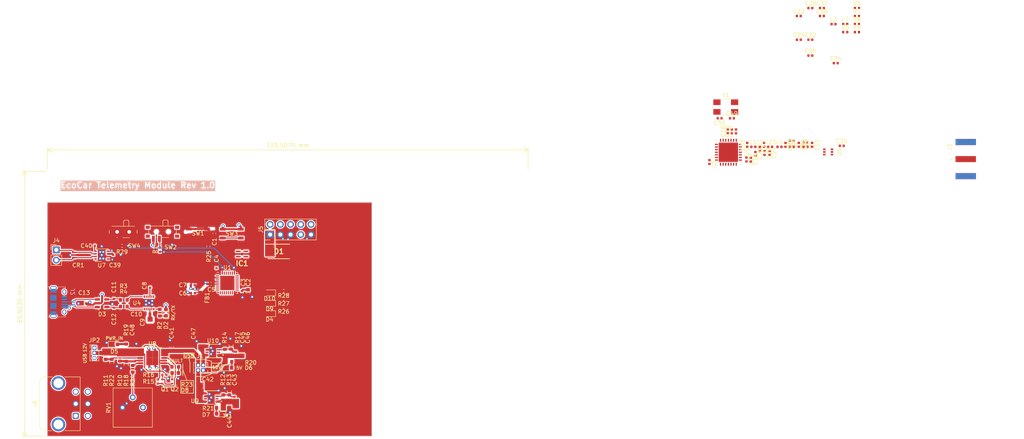
<source format=kicad_pcb>
(kicad_pcb (version 20221018) (generator pcbnew)
  (layers (0 "F.Cu" signal) (1 "In1.Cu" power) (2 "In2.Cu" power) (31 "B.Cu" signal) (34 "B.Paste" user) (35 "F.Paste" user) (36 "B.SilkS" user "B.Silkscreen") (37 "F.SilkS" user "F.Silkscreen") (38 "B.Mask" user) (39 "F.Mask" user) (44 "Edge.Cuts" user))
  (net 0 "")
  (net 1 "GND")
  (net 2 "/NRST")
  (net 3 "+3V3")
  (net 4 "+3.3VA")
  (net 5 "+5V")
  (net 6 "/USB Interface/USB_D+")
  (net 7 "/USB Interface/USB_D-")
  (net 8 "/LoRa Tranciever/RXTX_SW")
  (net 9 "/Power Regulator/FUSE_OUT")
  (net 10 "/CAN Tranciever/CANL-")
  (net 11 "/CAN Tranciever/CANH+")
  (net 12 "Net-(D2-K)")
  (net 13 "Net-(D5-A)")
  (net 14 "Net-(D6-A)")
  (net 15 "Net-(D7-A)")
  (net 16 "Net-(D8-K)")
  (net 17 "Net-(D8-A)")
  (net 20 "Net-(J3-In)")
  (net 21 "+12V")
  (net 22 "/BOOT0")
  (net 23 "Net-(U4-CBUS0)")
  (net 24 "/CAN_STBY")
  (net 25 "/UART2_USB_CTS")
  (net 26 "/UART2_USB_RTS")
  (net 27 "/UART2_USB_TX")
  (net 28 "/UART2_USB_RX")
  (net 29 "/SPI1_NSS")
  (net 30 "/SPI1_SCK")
  (net 31 "/SPI1_MISO")
  (net 32 "/SPI1_MOSI")
  (net 33 "/DIO0")
  (net 34 "/DIO1")
  (net 35 "Net-(D4-A)")
  (net 36 "Net-(D9-A)")
  (net 37 "Net-(D10-A)")
  (net 38 "/CAN_RX")
  (net 39 "/CAN_TX")
  (net 40 "Net-(U1-PC14)")
  (net 41 "/SW_RXTX")
  (net 42 "/SX_RESET")
  (net 43 "/DIO2")
  (net 44 "/DIO3")
  (net 47 "Net-(U5-VR_ANA)")
  (net 48 "Net-(U5-VR_DIG)")
  (net 49 "Net-(U5-XTA)")
  (net 50 "Net-(U5-XTB)")
  (net 51 "/LoRa Tranciever/RXTX_SX")
  (net 52 "/LoRa Tranciever/RFI_HF")
  (net 54 "Net-(U5-VR_PA)")
  (net 55 "Net-(U5-PA_BOOST)")
  (net 57 "Net-(U6-RFC)")
  (net 58 "Net-(U6-RF1)")
  (net 59 "Net-(U6-RF2)")
  (net 64 "Net-(C21-Pad1)")
  (net 65 "Net-(C23-Pad2)")
  (net 66 "Net-(C25-Pad1)")
  (net 67 "Net-(C27-Pad2)")
  (net 68 "Net-(C28-Pad2)")
  (net 69 "Net-(C29-Pad1)")
  (net 70 "Net-(C32-Pad1)")
  (net 71 "Net-(C36-Pad2)")
  (net 72 "Net-(Q1-D)")
  (net 73 "Net-(R24-Pad2)")
  (net 75 "/DEBUG_SWO")
  (net 76 "/DEBUG_SWCLK")
  (net 77 "/DEBUG_SWDIO")
  (net 78 "Net-(SW3-A)")
  (net 81 "/Power Regulator/FUSE_IN")
  (net 82 "/Power Regulator/~{FLAG}")
  (net 83 "/Power Regulator/OVLO")
  (net 84 "/Power Regulator/UVLO")
  (net 85 "/Power Regulator/SETI")
  (net 86 "/Power Regulator/FB")
  (net 87 "/Power Regulator/5V")
  (net 88 "/Power Regulator/12V")
  (net 89 "VBUS_UP")
  (net 92 "Net-(U1-PA10)")
  (net 93 "Net-(U1-PA9)")
  (net 94 "Net-(U1-PA8)")
  (net 95 "Net-(SW4A-B)")
  (net 96 "Net-(U1-PA15)")
  (footprint "Resistor_SMD:R_0402_1005Metric" (layer "F.Cu") (at 50.165 145.669 180)
    (fp_text reference "R16")
    (fp_text value "10k")
  )
  (footprint "Capacitor_SMD:C_0402_1005Metric" (layer "F.Cu") (at 197.104 90.678 -90)
    (fp_text reference "C20")
    (fp_text value "10n")
  )
  (footprint "LED_SMD:LED_0603_1608Metric" (layer "F.Cu") (at 63.947402 155.362001 180)
    (fp_text reference "D7")
    (fp_text value "BLUE")
  )
  (footprint "Resistor_SMD:R_0402_1005Metric" (layer "F.Cu") (at 222.352 56.356)
    (fp_text reference "R7")
    (fp_text value "NC")
  )
  (footprint "Inductor_SMD:L_0402_1005Metric" (layer "F.Cu") (at 206.144 88.9)
    (fp_text reference "L5")
    (fp_text value "5n6")
  )
  (footprint "Capacitor_SMD:C_0402_1005Metric" (layer "F.Cu") (at 191.262 85.062 90)
    (fp_text reference "C15")
    (fp_text value "100n")
  )
  (footprint "Capacitor_SMD:C_0402_1005Metric" (layer "F.Cu") (at 207.902 62.236)
    (fp_text reference "C25")
    (fp_text value "3p3")
  )
  (footprint "Resistor_SMD:R_0402_1005Metric" (layer "F.Cu") (at 222.352 54.366)
    (fp_text reference "R6")
    (fp_text value "100R")
  )
  (footprint "Resistor_SMD:R_0603_1608Metric" (layer "F.Cu") (at 40.069 127 180)
    (fp_text reference "R3")
    (fp_text value "27R")
  )
  (footprint "footprints:SMD_025816_WRE" (layer "F.Cu") (at 66.928798 110.5015)
    (fp_text reference "SW3")
    (fp_text value "GPBTN")
  )
  (footprint "Capacitor_SMD:C_0402_1005Metric" (layer "F.Cu") (at 210.772 54.356)
    (fp_text reference "C28")
    (fp_text value "47p")
  )
  (footprint "Capacitor_SMD:C_0402_1005Metric" (layer "F.Cu") (at 190.246 85.034 90)
    (fp_text reference "C16")
    (fp_text value "100n")
  )
  (footprint "Capacitor_SMD:C_0402_1005Metric" (layer "F.Cu") (at 217.082 68.056)
    (fp_text reference "C34")
    (fp_text value "1n")
  )
  (footprint "Capacitor_SMD:C_0402_1005Metric" (layer "F.Cu") (at 195.072 88.392 90)
    (fp_text reference "C31")
    (fp_text value "10n")
  )
  (footprint "Resistor_SMD:R_0603_1608Metric" (layer "F.Cu") (at 66.312002 149.815002 90)
    (fp_text reference "R13")
    (fp_text value "160k")
  )
  (footprint "Capacitor_SMD:C_0402_1005Metric" (layer "F.Cu") (at 213.642 54.356)
    (fp_text reference "C37")
    (fp_text value "NC")
  )
  (footprint "digikey-footprints:SOT-363" (layer "F.Cu") (at 215.199 90.17 -90)
    (fp_text reference "U6")
    (fp_text value "P4259-63")
  )
  (footprint "Resistor_SMD:R_0603_1608Metric" (layer "F.Cu") (at 63.947402 153.838001 180)
    (fp_text reference "R21")
    (fp_text value "260R")
  )
  (footprint "Resistor_SMD:R_0603_1608Metric" (layer "F.Cu") (at 35.56 140.97 -90)
    (fp_text reference "R11")
    (fp_text value "2M2")
  )
  (footprint "Resistor_SMD:R_0402_1005Metric" (layer "F.Cu") (at 39.624 113.538)
    (fp_text reference "R29")
    (fp_text value "10k")
  )
  (footprint "Resistor_SMD:R_0603_1608Metric" (layer "F.Cu") (at 59.019062 124.3155 90)
    (fp_text reference "FB1")
    (fp_text value "120R")
  )
  (footprint "Capacitor_SMD:C_0402_1005Metric" (layer "F.Cu") (at 62.583202 110.447 -90)
    (fp_text reference "C1")
    (fp_text value "100n")
  )
  (footprint "Capacitor_SMD:C_0402_1005Metric" (layer "F.Cu") (at 67.9934 140.365599 90)
    (fp_text reference "C45")
    (fp_text value "10p")
  )
  (footprint "footprints:TLV76601QWDRBRQ1_TEX" (layer "F.Cu") (at 62.1998 139.730599 180)
    (fp_text reference "U10")
    (fp_text value "TLV76601QWDRBRQ1")
  )
  (footprint "Resistor_SMD:R_0402_1005Metric" (layer "F.Cu") (at 222.352 60.336)
    (fp_text reference "R9")
    (fp_text value "NC")
  )
  (footprint "Capacitor_SMD:C_0402_1005Metric" (layer "F.Cu") (at 37.592 129.413 90)
    (fp_text reference "C12")
    (fp_text value "47p")
  )
  (footprint "Resistor_SMD:R_0603_1608Metric" (layer "F.Cu") (at 40.64 143.129 -90)
    (fp_text reference "R18")
    (fp_text value "225k")
  )
  (footprint "Capacitor_SMD:C_0402_1005Metric" (layer "F.Cu") (at 192.278 85.062 90)
    (fp_text reference "C14")
    (fp_text value "100n")
  )
  (footprint "Package_TO_SOT_SMD:SOT-523" (layer "F.Cu") (at 52.705 147.32)
    (fp_text reference "Q2")
    (fp_text value "NMOS")
  )
  (footprint "Resistor_SMD:R_0603_1608Metric" (layer "F.Cu") (at 64.788002 151.466002 90)
    (fp_text reference "R12")
    (fp_text value "500k")
  )
  (footprint "Resistor_SMD:R_0402_1005Metric" (layer "F.Cu") (at 48.514 147.32 -90)
    (fp_text reference "R15")
    (fp_text value "10k")
  )
  (footprint "Inductor_SMD:L_0402_1005Metric" (layer "F.Cu") (at 198.224 89.408 -90)
    (fp_text reference "L2")
    (fp_text value "33n")
  )
  (footprint "Capacitor_SMD:C_0603_1608Metric" (layer "F.Cu") (at 66.312002 153.117002 -90)
    (fp_text reference "C44")
    (fp_text value "2u2")
  )
  (footprint "Connector_PinHeader_2.54mm:PinHeader_1x02_P2.54mm_Vertical" (layer "F.Cu") (at 23.279148 114.554329)
    (fp_text reference "J4")
    (fp_text value "Conn_01x02_Socket")
  )
  (footprint "Capacitor_SMD:C_0603_1608Metric" (layer "F.Cu") (at 59.182 137.909 90)
    (fp_text reference "C47")
    (fp_text value "1u")
  )
  (footprint "Capacitor_SMD:C_0603_1608Metric" (layer "F.Cu") (at 46.609 132.588 -90)
    (fp_text reference "C9")
    (fp_text value "4u7")
  )
  (footprint "Resistor_SMD:R_0402_1005Metric" (layer "F.Cu") (at 219.442 60.336)
    (fp_text reference "R5")
    (fp_text value "0R")
  )
  (footprint "Capacitor_SMD:C_0402_1005Metric" (layer "F.Cu") (at 213.642 56.326)
    (fp_text reference "C38")
    (fp_text value "NC")
  )
  (footprint "LED_SMD:LED_0603_1608Metric" (layer "F.Cu") (at 76.3135 127.839 180)
    (fp_text reference "D9")
    (fp_text value "AMBER")
  )
  (footprint "Capacitor_SMD:C_0402_1005Metric" (layer "F.Cu") (at 207.899 88.392 -90)
    (fp_text reference "C30")
    (fp_text value "3p3")
  )
  (footprint "Resistor_SMD:R_0603_1608Metric" (layer "F.Cu") (at 40.64 138.811 90)
    (fp_text reference "R19")
    (fp_text value "600R")
  )
  (footprint "Resistor_SMD:R_0603_1608Metric" (layer "F.Cu") (at 66.0884 142.397599)
    (fp_text reference "R20")
    (fp_text value "600R")
  )
  (footprint "Capacitor_SMD:C_0402_1005Metric" (layer "F.Cu") (at 46.609 123.472 90)
    (fp_text reference "C8")
    (fp_text value "100n")
  )
  (footprint "Capacitor_SMD:C_0402_1005Metric" (layer "F.Cu") (at 67.582002 151.593002 90)
    (fp_text reference "C43")
    (fp_text value "10p")
  )
  (footprint "LED_SMD:LED_0603_1608Metric" (layer "F.Cu") (at 76.3135 130.429 180)
    (fp_text reference "D4")
    (fp_text value "AMBER")
  )
  (footprint "Capacitor_SMD:C_0402_1005Metric" (layer "F.Cu") (at 200.637 90.424 -90)
    (fp_text reference "C24")
    (fp_text value "47p")
  )
  (footprint "Capacitor_SMD:C_0402_1005Metric" (layer "F.Cu") (at 207.902 56.326)
    (fp_text reference "C22")
    (fp_text value "NC")
  )
  (footprint "Capacitor_SMD:C_0402_1005Metric" (layer "F.Cu") (at 188.214 81.788 180)
    (fp_text reference "C50")
    (fp_text value "8p")
  )
  (footprint "Capacitor_SMD:C_0603_1608Metric" (layer "F.Cu") (at 51.943 138.811 90)
    (fp_text reference "C41")
    (fp_text value "1u")
  )
  (footprint "Resistor_SMD:R_0402_1005Metric" (layer "F.Cu") (at 61.087 113.665 -90)
    (fp_text reference "R25")
    (fp_text value "10k")
  )
  (footprint "Capacitor_SMD:C_0402_1005Metric" (layer "F.Cu") (at 211.201 88.392 -90)
    (fp_text reference "C51")
    (fp_text value "NC")
  )
  (footprint "Capacitor_SMD:C_0402_1005Metric" (layer "F.Cu") (at 47.117 130.556)
    (fp_text reference "C10")
    (fp_text value "100n")
  )
  (footprint "Capacitor_SMD:C_0603_1608Metric" (layer "F.Cu") (at 42.164 138.811 90)
    (fp_text reference "C48")
    (fp_text value "10u")
  )
  (footprint "LED_SMD:LED_0603_1608Metric" (layer "F.Cu") (at 66.0884 143.921599)
    (fp_text reference "D6")
    (fp_text value "BLUE")
  )
  (footprint "Resistor_SMD:R_0603_1608Metric" (layer "F.Cu") (at 65.1994 140.111599 90)
    (fp_text reference "R14")
    (fp_text value "845k")
  )
  (footprint "Capacitor_SMD:C_0402_1005Metric" (layer "F.Cu") (at 206.121 87.376 180)
    (fp_text reference "C29")
    (fp_text value "NC")
  )
  (footprint "Capacitor_SMD:C_0603_1608Metric" (layer "F.Cu") (at 59.817 148.463)
    (fp_text reference "C42")
    (fp_text value "1u")
  )
  (footprint "Connector_PinHeader_1.27mm:PinHeader_2x02_P1.27mm_Vertical" (layer "F.Cu") (at 59.817 144.526 180)
    (fp_text reference "J1")
    (fp_text value "USB JMPR")
  )
  (footprint "footprints:TLV76601QWDRBRQ1_TEX" (layer "F.Cu") (at 61.788402 151.298001 180)
    (fp_text reference "U9")
    (fp_text value "TLV76601QWDRBRQ1")
  )
  (footprint "footprints:DIOM5436X265N" (layer "F.Cu") (at 78.613 114.935)
    (fp_text reference "D1")
    (fp_text value "SMLVT3V3" hide)
  )
  (footprint "Capacitor_SMD:C_0402_1005Metric" (layer "F.Cu") (at 185.674 92.682 -90)
    (fp_text reference "C17")
    (fp_text value "100n")
  )
  (footprint "Inductor_SMD:L_0402_1005Metric" (layer "F.Cu") (at 219.442 58.346)
    (fp_text reference "L7")
    (fp_text value "0H")
  )
  (footprint "Inductor_SMD:L_0402_1005Metric" (layer "F.Cu") (at 203.096 88.9)
    (fp_text reference "L4")
    (fp_text value "5n6")
  )
  (footprint "footprints:SOT323-3L_STM" (layer "F.Cu") (at 28.740148 115.824329)
    (fp_text reference "CR1")
    (fp_text value "ESDCAN03-2BWY")
  )
  (footprint "Capacitor_SMD:C_0402_1005Metric" (layer "F.Cu") (at 194.88 92.047 -90)
    (fp_text reference "C19")
    (fp_text value "100n")
  )
  (footprint "Resistor_SMD:R_0603_1608Metric" (layer "F.Cu") (at 40.069 128.651 180)
    (fp_text reference "R4")
    (fp_text value "27R")
  )
  (footprint "Button_Switch_SMD:SW_SPDT_PCM12" (layer "F.Cu") (at 49.669 110.354 180)
    (fp_text reference "SW2")
    (fp_text value "BOOT0")
  )
  (footprint "Resistor_SMD:R_0603_1608Metric" (layer "F.Cu") (at 37.084 142.621 -90)
    (fp_text reference "R22")
    (fp_text value "800k")
  )
  (footprint "Package_SO:TSSOP-14-1EP_4.4x5mm_P0.65mm" (layer "F.Cu") (at 47.149 141.459)
    (fp_text reference "U8")
    (fp_text value "MAX14572")
  )
  (footprint "Resistor_SMD:R_0402_1005Metric" (layer "F.Cu") (at 79.8135 128.739 180)
    (fp_text reference "R26")
    (fp_text value "10k")
  )
  (footprint "footprints:SOT65P210X110-5N" (layer "F.Cu") (at 69.469 115.57)
    (fp_text reference "IC1")
    (fp_text value "ESDALC6V1W5" hide)
  )
  (footprint "Capacitor_SMD:C_0402_1005Metric" (layer "F.Cu") (at 210.772 62.236)
    (fp_text reference "C32")
    (fp_text value "47p")
  )
  (footprint "Connector_Molex:Molex_Micro-Fit_3.0_43045-0621_2x03-1MP_P3.00mm_Horizontal" (layer "F.Cu") (at 28.115 155.86 90)
    (fp_text reference "J6")
    (fp_text value "Fuel Cell Connector")
  )
  (footprint "LED_SMD:LED_0603_1608Metric" (layer "F.Cu") (at 50.546 130.175 90)
    (fp_text reference "D2")
    (fp_text value "AMBER RX/TX")
  )
  (footprint "Package_DFN_QFN:DFN-8-1EP_3x3mm_P0.65mm_EP1.55x2.4mm" (layer "F.Cu") (at 34.575648 115.859329 180)
    (fp_text reference "U7")
    (fp_text value "MCP2542WFDxMF (CAN)")
  )
  (footprint "Capacitor_SMD:C_0603_1608Metric" (layer "F.Cu") (at 69.3904 140.238599 90)
    (fp_text reference "C46")
    (fp_text value "2u2")
  )
  (footprint "Connector_Coaxial:SMA_Amphenol_132289_EdgeMount" (layer "F.Cu") (at 249.3995 91.948)
    (fp_text reference "J3")
    (fp_text value "Conn_Coaxial")
  )
  (footprint "Resistor_SMD:R_0402_1005Metric" (layer "F.Cu") (at 79.8135 124.759 180)
    (fp_text reference "R28")
    (fp_text value "10k")
  )
  (footprint "Capacitor_SMD:C_0402_1005Metric" (layer "F.Cu") (at 33.312148 113.538329 180)
    (fp_text reference "C40")
    (fp_text value "100n")
  )
  (footprint "Capacitor_SMD:C_0402_1005Metric" (layer "F.Cu") (at 199.286 88.392 90)
    (fp_text reference "C21")
    (fp_text value "8p2")
  )
  (footprint "LED_SMD:LED_0603_1608Metric" (layer "F.Cu") (at 76.3135 125.249 180)
    (fp_text reference "D10")
    (fp_text value "GREEN")
  )
  (footprint "Capacitor_SMD:C_0603_1608Metric" (layer "F.Cu") (at 70.958 125.235 -90)
    (fp_text reference "C2")
    (fp_text value "10u")
  )
  (footprint "Capacitor_SMD:C_0402_1005Metric" (layer "F.Cu") (at 37.903648 115.773329 180)
    (fp_text reference "C39")
    (fp_text value "100n")
  )
  (footprint "digikey-footprints:SOT23-6L" (layer "F.Cu") (at 34.664 127.828 90)
    (fp_text reference "D3")
    (fp_text value "USBLC6-2SC6")
  )
  (footprint "Potentiometer_THT:Potentiometer_Bourns_3386P_Vertical" (layer "F.Cu") (at 44.831 153.797 90)
    (fp_text reference "RV1")
    (fp_text value "SETI")
  )
  (footprint "Resistor_SMD:R_0402_1005Metric" (layer "F.Cu") (at 79.8135 126.749 180)
    (fp_text reference "R27")
    (fp_text value "10k")
  )
  (footprint "Connector_PinHeader_2.54mm:PinHeader_2x05_P2.54mm_Vertical" (layer "F.Cu") (at 76.454 110.744 90)
    (fp_text reference "J5")
    (fp_text value "Conn_02x05_Top_Bottom")
  )
  (footprint "Capacitor_SMD:C_0402_1005Metric" (layer "F.Cu") (at 69.434 125.248 -90)
    (fp_text reference "C3")
    (fp_text value "100n")
  )
  (footprint "Resistor_SMD:R_0603_1608Metric" (layer "F.Cu") (at 39.116 141.415 -90)
    (fp_text reference "R10")
    (fp_text value "2M2")
  )
  (footprint "Capacitor_SMD:C_0402_1005Metric" (layer "F.Cu") (at 57.213062 123.2995 180)
    (fp_text reference "C7")
    (fp_text value "1u")
  )
  (footprint "Inductor_SMD:L_0402_1005Metric" (layer "F.Cu") (at 216.532 58.346)
    (fp_text reference "L3")
    (fp_text value "10n")
  )
  (footprint "Inductor_SMD:L_0402_1005Metric" (layer "F.Cu") (at 209.55 88.9)
    (fp_text reference "L6")
    (fp_text value "0H")
  )
  (footprint "Inductor_SMD:L_0402_1005Metric" (layer "F.Cu") (at 196.596 88.9)
    (fp_text reference "L1")
    (fp_text value "1n5")
  )
  (footprint "Button_Switch_SMD:SW_SPDT_PCM12" (layer "F.Cu") (at 39.914 110.396 180)
    (fp_text reference "SW4")
    (fp_text value "GPSW")
  )
  (footprint "Capacitor_SMD:C_0402_1005Metric" (layer "F.Cu") (at 191.262 81.788)
    (fp_text reference "C49")
    (fp_text value "8p")
  )
  (footprint "Capacitor_SMD:C_0402_1005Metric" (layer "F.Cu") (at 30.198 127.889)
    (fp_text reference "C13")
    (fp_text value "100n")
  )
  (footprint "Package_DFN_QFN:QFN-32-1EP_5x5mm_P0.5mm_EP3.45x3.45mm" (layer "F.Cu") (at 65.806 122.7845)
    (fp_text reference "U1")
    (fp_text value "STM32L442KCU6")
  )
  (footprint "Capacitor_SMD:C_0402_1005Metric" (layer "F.Cu") (at 199.367 90.424 -90)
    (fp_text reference "C26")
    (fp_text value "47p")
  )
  (footprint "LED_SMD:LED_0603_1608Metric" (layer "F.Cu") (at 37.6935 138.049)
    (fp_text reference "D5")
    (fp_text value "BLUE")
  )
  (footprint "footprints:SMD_025816_WRE" (layer "F.Cu") (at 58.519202 110.447)
    (fp_text reference "SW1")
    (fp_text value "RESET")
  )
  (footprint "Resistor_SMD:R_0402_1005Metric" (layer "F.Cu") (at 222.352 58.346)
    (fp_text reference "R8")
    (fp_text value "1k")
  )
  (footprint "Package_TO_SOT_SMD:SOT-523" (layer "F.Cu") (at 50.292 147.32)
    (fp_text reference "Q1")
    (fp_text value "NMOS")
  )
  (footprint "digikey-footprints:VQFN-28-1EP_6x6mm" (layer "F.Cu") (at 190.388 90.243 -90)
    (fp_text reference "U5")
    (fp_text value "SX1276IMLTRT")
  )
  (footprint "Capacitor_SMD:C_0402_1005Metric" (layer "F.Cu") (at 204.597 88.392 -90)
    (fp_text reference "C27")
    (fp_text value "6p8")
  )
  (footprint "Capacitor_SMD:C_0402_1005Metric" (layer "F.Cu") (at 57.241062 125.3315 180)
    (fp_text reference "C6")
    (fp_text value "1u")
  )
  (footprint "Capacitor_SMD:C_0402_1005Metric" (layer "F.Cu") (at 200.787 88.9)
    (fp_text reference "C23")
    (fp_text value "22p")
  )
  (footprint "Capacitor_SMD:C_0402_1005Metric" (layer "F.Cu") (at 209.55 87.757 180)
    (fp_text reference "C33")
    (fp_text value "NC")
  )
  (footprint "Capacitor_SMD:C_0402_1005Metric" (layer "F.Cu") (at 61.785062 123.063 180)
    (fp_text reference "C5")
    (fp_text value "10n")
  )
  (footprint "Crystal:Crystal_SMD_0603-4Pin_6.0x3.5mm" (layer "F.Cu") (at 189.738 78.994)
    (fp_text reference "Y1")
    (fp_text value "32MHz")
  )
  (footprint "Resistor_SMD:R_0603_1608Metric" (layer "F.Cu") (at 66.7234 138.397599 90)
    (fp_text reference "R17")
    (fp_text value "160k")
  )
  (footprint "Capacitor_SMD:C_0402_1005Metric" (layer "F.Cu") (at 37.592 126.264 -90)
    (fp_text reference "C11")
    (fp_text value "47p")
  )
  (footprint "Resistor_SMD:R_0603_1608Metric" (layer "F.Cu") (at 52.864 143.669)
    (fp_text reference "R23")
    (fp_text value "600R")
  )
  (footprint "Capacitor_SMD:C_0402_1005Metric" (layer "F.Cu") (at 210.772 66.176)
    (fp_text reference "C36")
    (fp_text value "47p")
  )
  (footprint "Resistor_SMD:R_0402_1005Metric" (layer "F.Cu") (at 49.022 114.512 90)
    (fp_text reference "R1")
    (fp_text value "10k")
  )
  (footprint "digikey-footprints:DFN-12-1EP_3x3mm" (layer "F.Cu") (at 46.337 127.736)
    (fp_text reference "U4")
    (fp_text value "FT234XD-R")
  )
  (footprint "Capacitor_SMD:C_0402_1005Metric" (layer "F.Cu") (at 218.567 88.646)
    (fp_text reference "C35")
    (fp_text value "1n")
  )
  (footprint "Resistor_SMD:R_0603_1608Metric" (layer "F.Cu") (at 49.022 130.175 -90)
    (fp_text reference "R2")
    (fp_text value "260R")
  )
  (footprint "LED_SMD:LED_0603_1608Metric" (layer "F.Cu") (at 52.864 145.193)
    (fp_text reference "D8")
    (fp_text value "RED")
  )
  (footprint "Connector_PinHeader_1.27mm:PinHeader_1x03_P1.27mm_Vertical" (layer "F.Cu") (at 32.766 138.938)
    (fp_text reference "JP2")
    (fp_text value "Power In")
  )
  (footprint "Capacitor_SMD:C_0402_1005Metric" (layer "F.Cu") (at 63.111 118.618 90)
    (fp_text reference "C4")
    (fp_text value "100n")
  )
  (footprint "Resistor_SMD:R_0603_1608Metric" (layer "F.Cu") (at 42.291 144.145 -90)
    (fp_text reference "R24")
    (fp_text value "10k")
  )
  (footprint "Capacitor_SMD:C_0402_1005Metric" (layer "F.Cu") (at 195.961 92.075 -90)
    (fp_text reference "C18")
    (fp_text value "47p")
  )
  (footprint "Connector_USB:USB_Micro-B_Amphenol_10118194_Horizontal" (layer "B.Cu") (at 23.876 127.508 90)
    (fp_text reference "J2")
    (fp_text value "USB_B_Micro")
  )
  (gr_line (start 60.198 146.05) (end 61.849 145.415) (stroke (width 0.15)) (layer "F.SilkS"))
  (gr_line (start 54.737 142.875) (end 54.737 145.923) (stroke (width 0.15)) (layer "F.SilkS"))
  (gr_line (start 57.912 146.05) (end 60.198 146.05) (stroke (width 0.15)) (layer "F.SilkS"))
  (gr_rect (start 54.229 147.066) (end 57.404 150.241) (stroke (width 0.15)) (fill none) (layer "F.SilkS"))
  (gr_rect (start 61.849 142.748) (end 64.389 144.78) (stroke (width 0.15)) (fill none) (layer "F.SilkS"))
  (gr_line (start 56.515 142.748) (end 56.515 145.034) (stroke (width 0.15)) (layer "F.SilkS"))
  (gr_line (start 57.912 141.859) (end 60.198 141.859) (stroke (width 0.15)) (layer "F.SilkS"))
  (gr_rect (start 54.991 140.208) (end 57.531 141.478) (stroke (width 0.15)) (fill none) (layer "F.SilkS"))
  (gr_line (start 61.849 142.24) (end 61.849 145.415) (stroke (width 0.15)) (layer "F.SilkS"))
  (gr_line (start 54.737 144.399) (end 55.753 147.066) (stroke (width 0.15)) (layer "F.SilkS"))
  (gr_line (start 60.198 141.859) (end 61.849 142.24) (stroke (width 0.15)) (layer "F.SilkS"))
  (gr_line (start 56.515 142.748) (end 56.261 141.478) (stroke (width 0.15)) (layer "F.SilkS"))
  (gr_rect (start 21.082 102.743) (end 101.727 160.909) (stroke (width 0.1)) (fill none) (layer "Edge.Cuts"))
  (gr_text "EcoCar Telemetry Module Rev 1.0" (at 24.13 99.314) (layer "B.SilkS" knockout) (effects (font (size 1.5 1.5) (thickness 0.3) bold) (justify left bottom)))
  (gr_text "USB" (at 54.991 141.351) (layer "F.SilkS") (effects (font (size 0.8 0.8)) (justify left bottom)))
  (gr_text "12V" (at 30.861 140.081 90) (layer "F.SilkS") (effects (font (size 0.8 0.8)) (justify left bottom)))
  (gr_text "USB" (at 30.861 142.875 90) (layer "F.SilkS") (effects (font (size 0.8 0.8)) (justify left bottom)))
  (gr_text "3V3" (at 64.520503 156.308703) (layer "F.SilkS") (effects (font (size 0.8 0.8)) (justify left bottom)))
  (gr_text "FAULT" (at 51.181 142.621) (layer "F.SilkS") (effects (font (size 0.8 0.8)) (justify left bottom)))
  (gr_text "RX/TX" (at 52.832 132.207 90) (layer "F.SilkS") (effects (font (size 0.8 0.8)) (justify left bottom)))
  (gr_text "PWR_IN" (at 35.433 137.033) (layer "F.SilkS") (effects (font (size 0.8 0.8)) (justify left bottom)))
  (gr_text "12V" (at 61.976 144.272) (layer "F.SilkS") (effects (font (size 0.8 0.8)) (justify left bottom)))
  (gr_text "5V" (at 67.945 144.399) (layer "F.SilkS") (effects (font (size 0.8 0.8)) (justify left bottom)))
  (dimension (type aligned) (layer "F.SilkS") (pts (xy 21.082 94.996) (xy 140.589 94.996)) (height -5.334) (gr_text "119.5070 mm" (at 80.8355 88.512) (layer "F.SilkS") (effects (font (size 1 1) (thickness 0.15)))) (format (prefix "") (suffix "") (units 3) (units_format 1) (precision 4)) (style (thickness 0.15) (arrow_length 1.27) (text_position_mode 0) (extension_height 0.58642) (extension_offset 0.5) keep_text_aligned))
  (dimension (type aligned) (layer "F.SilkS") (pts (xy 21.082 94.996) (xy 21.082 160.909)) (height 5.715) (gr_text "65.9130 mm" (at 14.217 127.9525 90) (layer "F.SilkS") (effects (font (size 1 1) (thickness 0.15)))) (format (prefix "") (suffix "") (units 3) (units_format 1) (precision 4)) (style (thickness 0.15) (arrow_length 1.27) (text_position_mode 0) (extension_height 0.58642) (extension_offset 0.5) keep_text_aligned))
  (segment (start 63.645002 149.911802) (end 63.233802 150.323002) (width 0.5) (layer "F.Cu") (net 1))
  (segment (start 86.614 110.744) (end 85.598 111.76) (width 0.5) (layer "F.Cu") (net 1))
  (segment (start 61.826399 139.405598) (end 62.1514 139.730599) (width 0.5) (layer "F.Cu") (net 1))
  (segment (start 37.084 143.446) (end 38.29 143.446) (width 0.5) (layer "F.Cu") (net 1))
  (segment (start 66.312002 153.892002) (end 66.312002 154.805601) (width 0.5) (layer "F.Cu") (net 1))
  (segment (start 65.471402 155.362001) (end 65.725402 155.616001) (width 0.5) (layer "F.Cu") (net 1))
  (segment (start 61.788402 150.864403) (end 61.788402 151.298001) (width 0.5) (layer "F.Cu") (net 1))
  (segment (start 60.777 109.347) (end 56.261404 109.347) (width 0.5) (layer "F.Cu") (net 1))
  (segment (start 62.1514 139.682199) (end 62.1514 139.730599) (width 0.5) (layer "F.Cu") (net 1))
  (segment (start 43.066 138.036) (end 43.18 137.922) (width 0.5) (layer "F.Cu") (net 1))
  (segment (start 38.383648 115.773329) (end 39.300648 115.773329) (width 0.5) (layer "F.Cu") (net 1))
  (segment (start 61.7704 138.968599) (end 61.874799 139.405598) (width 0.5) (layer "F.Cu") (net 1))
  (segment (start 38.29 143.446) (end 38.354 143.51) (width 0.5) (layer "F.Cu") (net 1))
  (segment (start 81.534 110.744) (end 81.534 111.252) (width 0.5) (layer "F.Cu") (net 1))
  (segment (start 36.1695 138.049) (end 35.7885 137.668) (width 0.5) (layer "F.Cu") (net 1))
  (segment (start 46.399 140.559) (end 46.399 139.236) (width 0.5) (layer "F.Cu") (net 1))
  (segment (start 62.1998 139.730599) (end 62.1998 139.730599) (width 0.5) (layer "F.Cu") (net 1))
  (segment (start 56.733062 123.2995) (end 56.733062 124.1885) (width 0.5) (layer "F.Cu") (net 1))
  (segment (start 46.399 142.359) (end 46.399 143.808) (width 0.5) (layer "F.Cu") (net 1))
  (segment (start 50.937 146.675) (end 51.054 146.558) (width 0.5) (layer "F.Cu") (net 1))
  (segment (start 56.225062 125.3315) (end 55.971062 125.0775) (width 0.5) (layer "F.Cu") (net 1))
  (segment (start 34.582148 115.865829) (end 34.582148 115.824329) (width 0.254) (layer "F.Cu") (net 1))
  (segment (start 61.874799 139.405598) (end 62.1514 139.682199) (width 0.5) (layer "F.Cu") (net 1))
  (segment (start 40.767 152.781) (end 39.751 153.797) (width 0.5) (layer "F.Cu") (net 1))
  (segment (start 59.182 137.134) (end 58.319 137.134) (width 0.5) (layer "F.Cu") (net 1))
  (segment (start 62.1514 139.730599) (end 62.1998 139.730599) (width 0.5) (layer "F.Cu") (net 1))
  (segment (start 34.900648 116.184329) (end 34.582148 115.865829) (width 0.254) (layer "F.Cu") (net 1))
  (segment (start 69.3904 138.587599) (end 69.2634 138.460599) (width 0.5) (layer "F.Cu") (net 1))
  (segment (start 65.3009 144.709099) (end 65.3009 143.921599) (width 0.5) (layer "F.Cu") (net 1))
  (segment (start 63.9294 138.4714) (end 63.6452 138.7556) (width 0.5) (layer "F.Cu") (net 1))
  (segment (start 47.899 140.559) (end 47.899 139.466) (width 0.5) (layer "F.Cu") (net 1))
  (segment (start 29.848599 115.824329) (end 26.797329 115.824329) (width 0.254) (layer "F.Cu") (net 1))
  (segment (start 58.319 137.134) (end 58.166 137.287) (width 0.5) (layer "F.Cu") (net 1))
  (segment (start 51.943 137.414) (end 51.562 137.033) (width 0.5) (layer "F.Cu") (net 1))
  (segment (start 46.399 143.808) (end 46.609 144.018) (width 0.5) (layer "F.Cu") (net 1))
  (segment (start 66.312002 154.805601) (end 66.487402 154.981001) (width 0.5) (layer "F.Cu") (net 1))
  (segment (start 47.899 142.359) (end 47.899 143.53) (width 0.5) (layer "F.Cu") (net 1))
  (segment (start 70.958 126.01) (end 71.733 126.01) (width 0.5) (layer "F.Cu") (net 1))
  (segment (start 34.582148 115.824329) (end 34.540648 115.824329) (width 0.254) (layer "F.Cu") (net 1))
  (segment (start 64.9454 145.064599) (end 65.3009 144.709099) (width 0.5) (layer "F.Cu") (net 1))
  (segment (start 65.170002 148.990002) (end 65.151 148.971) (width 0.5) (layer "F.Cu") (net 1))
  (segment (start 61.305062 123.063) (end 60.814562 123.063) (width 0.5) (layer "F.Cu") (net 1))
  (segment (start 50.937 147.32) (end 50.937 146.675) (width 0.5) (layer "F.Cu") (net 1))
  (segment (start 63.645002 149.561002) (end 63.645002 149.911802) (width 0.5) (layer "F.Cu") (net 1))
  (segment (start 47.899 143.53) (end 48.26 143.891) (width 0.5) (layer "F.Cu") (net 1))
  (segment (start 26.797329 115.824329) (end 26.797 115.824) (width 0.254) (layer "F.Cu") (net 1))
  (segment (start 51.919 111.784) (end 51.919 113.091) (width 0.5) (layer "F.Cu") (net 1))
  (segment (start 81.534 111.252) (end 80.899 111.887) (width 0.5) (layer "F.Cu") (net 1))
  (segment (start 50.099 143.409) (end 50.099 144.079) (width 0.254) (layer "F.Cu") (net 1))
  (segment (start 60.7544 139.405598) (end 61.826399 139.405598) (width 0.5) (layer "F.Cu") (net 1))
  (segment (start 66.548 136.652) (end 66.548 137.397199) (width 0.5) (layer "F.Cu") (net 1))
  (segment (start 37.211 128.016) (end 37.023 127.828) (width 0.5) (layer "F.Cu") (net 1))
  (segment (start 63.9294 137.952599) (end 63.9294 138.4714) (width 0.5) (layer "F.Cu") (net 1))
  (segment (start 60.814562 123.063) (end 60.416062 122.6645) (width 0.5) (layer "F.Cu") (net 1))
  (segment (start 33.792148 113.538329) (end 34.455148 113.538329) (width 0.254) (layer "F.Cu") (net 1))
  (segment (start 62.329803 150.323002) (end 61.788402 150.864403) (width 0.5) (layer "F.Cu") (net 1))
  (segment (start 61.463401 150.973) (end 61.788402 151.298001) (width 0.5) (layer "F.Cu") (net 1))
  (segment (start 53.594 146.558) (end 53.35 146.802) (width 0.5) (layer "F.Cu") (net 1))
  (segment (start 29.718 127.889) (end 28.801 127.889) (width 0.5) (layer "F.Cu") (net 1))
  (segment (start 44.199 143.409) (end 44.199 144.148) (width 0.3) (layer "F.Cu") (net 1))
  (segment (start 51.943 138.036) (end 51.943 137.414) (width 0.5) (layer "F.Cu") (net 1))
  (segment (start 34.540648 115.824329) (end 34.575648 115.859329) (width 0.254) (layer "F.Cu") (net 1))
  (segment (start 46.399 139.236) (end 46.228 139.065) (width 0.5) (layer "F.Cu") (net 1))
  (segment (start 78.994 110.744) (end 78.994 111.125) (width 0.5) (layer "F.Cu") (net 1))
  (segment (start 66.548 137.397199) (end 66.7234 137.572599) (width 0.5) (layer "F.Cu") (net 1))
  (segment (start 44.199 144.148) (end 44.45 144.399) (width 0.3) (layer "F.Cu") (net 1))
  (segment (start 36.125648 116.184329) (end 34.900648 116.184329) (width 0.254) (layer "F.Cu") (net 1))
  (segment (start 61.397 109.967) (end 60.777 109.347) (width 0.5) (layer "F.Cu") (net 1))
  (segment (start 37.023 127.828) (end 35.814 127.828) (width 0.5) (layer "F.Cu") (net 1))
  (segment (start 51.919 113.091) (end 52.07 113.242) (width 0.5) (layer "F.Cu") (net 1))
  (segment (start 69.3904 139.463599) (end 69.3904 138.587599) (width 0.5) (layer "F.Cu") (net 1))
  (segment (start 40.64 143.954) (end 39.434 143.954) (width 0.5) (layer "F.Cu") (net 1))
  (segment (start 69.434 125.728) (end 69.434 126.251) (width 0.5) (layer "F.Cu") (net 1))
  (segment (start 56.761062 125.3315) (end 56.225062 125.3315) (width 0.5) (layer "F.Cu") (net 1))
  (segment (start 64.734902 155.362001) (end 65.471402 155.362001) (width 0.5) (layer "F.Cu") (net 1))
  (segment (start 66.312002 148.990002) (end 65.170002 148.990002) (width 0.5) (layer "F.Cu") (net 1))
  (segment (start 46.744 128.143) (end 46.337 127.736) (width 0.5) (layer "F.Cu") (net 1))
  (segment (start 60.343002 150.973) (end 61.463401 150.973) (width 0.5) (layer "F.Cu") (net 1))
  (segment (start 71.733 126.01) (end 71.974 126.251) (width 0.5) (layer "F.Cu") (net 1))
  (segment (start 53.35 146.802) (end 53.35 147.32) (width 0.5) (layer "F.Cu") (net 1))
  (segment (start 63.233802 150.323002) (end 62.329803 150.323002) (width 0.5) (layer "F.Cu") (net 1))
  (segment (start 39.434 143.954) (end 39.37 144.018) (width 0.5) (layer "F.Cu") (net 1))
  (segment (start 36.906 138.049) (end 36.1695 138.049) (width 0.5) (layer "F.Cu") (net 1))
  (segment (start 62.583202 109.967) (end 61.397 109.967) (width 0.5) (layer "F.Cu") (net 1))
  (segment (start 69.434 126.251) (end 69.561 126.378) (width 0.5) (layer "F.Cu") (net 1))
  (segment (start 42.164 138.036) (end 43.066 138.036) (width 0.5) (layer "F.Cu") (net 1))
  (segment (start 78.994 111.125) (end 79.629 111.76) (width 0.5) (layer "F.Cu") (net 1))
  (segment (start 47.117 128.143) (end 46.744 128.143) (width 0.5) (layer "F.Cu") (net 1))
  (segment (start 62.872399 138.7556) (end 62.6594 138.968599) (width 0.5) (layer "F.Cu") (net 1))
  (segment (start 47.899 139.466) (end 47.498 139.065) (width 0.5) (layer "F.Cu") (net 1))
  (segment (start 50.099 144.079) (end 50.292 144.272) (width 0.254) (layer "F.Cu") (net 1))
  (segment (start 63.6452 138.7556) (end 62.872399 138.7556) (width 0.5) (layer "F.Cu") (net 1))
  (segment (start 34.455148 113.538329) (end 34.582148 113.665329) (width 0.254) (layer "F.Cu") (net 1))
  (via (at 39.37 144.018) (size 0.8) (drill 0.4) (layers "F.Cu" "B.Cu") (net 1))
  (via (at 37.211 128.016) (size 0.8) (drill 0.4) (layers "F.Cu" "B.Cu") (net 1))
  (via (at 34.201148 116.713329) (size 0.8) (drill 0.4) (layers "F.Cu" "B.Cu") (net 1))
  (via (at 48.26 143.891) (size 0.8) (drill 0.4) (layers "F.Cu" "B.Cu") (net 1))
  (via (at 46.609 144.018) (size 0.8) (drill 0.4) (layers "F.Cu" "B.Cu") (net 1))
  (via (at 61.7704 138.968599) (size 0.8) (drill 0.4) (layers "F.Cu" "B.Cu") (net 1))
  (via (at 45.593 127.254) (size 0.8) (drill 0.4) (layers "F.Cu" "B.Cu") (net 1))
  (via (at 53.594 146.558) (size 0.8) (drill 0.4) (layers "F.Cu" "B.Cu") (net 1))
  (via (at 34.201148 115.062329) (size 0.8) (drill 0.4) (layers "F.Cu" "B.Cu") (net 1))
  (via (at 35.7885 137.668) (size 0.8) (drill 0.4) (layers "F.Cu" "B.Cu") (net 1))
  (via (at 34.582148 115.824329) (size 0.8) (drill 0.4) (layers "F.Cu" "B.Cu") (net 1))
  (via (at 79.629 111.76) (size 0.7) (drill 0.3) (layers "F.Cu" "B.Cu") (net 1))
  (via (at 66.548 136.652) (size 0.8) (drill 0.4) (layers "F.Cu" "B.Cu") (net 1))
  (via (at 63.9294 137.952599) (size 0.8) (drill 0.4) (layers "F.Cu" "B.Cu") (net 1))
  (via (at 65.725402 155.616001) (size 0.8) (drill 0.4) (layers "F.Cu" "B.Cu") (net 1))
  (via (at 58.166 137.287) (size 0.8) (drill 0.4) (layers "F.Cu" "B.Cu") (net 1))
  (via (at 45.593 128.143) (size 0.8) (drill 0.4) (layers "F.Cu" "B.Cu") (net 1))
  (via (at 47.498 139.065) (size 0.8) (drill 0.4) (layers "F.Cu" "B.Cu") (net 1))
  (via (at 62.1514 139.730599) (size 0.8) (drill 0.4) (layers "F.Cu" "B.Cu") (net 1))
  (via (at 50.292 144.272) (size 0.8) (drill 0.4) (layers "F.Cu" "B.Cu") (net 1))
  (via (at 38.354 143.51) (size 0.8) (drill 0.4) (layers "F.Cu" "B.Cu") (net 1))
  (via (at 64.9454 145.064599) (size 0.8) (drill 0.4) (layers "F.Cu" "B.Cu") (net 1))
  (via (at 51.562 137.033) (size 0.8) (drill 0.4) (layers "F.Cu" "B.Cu") (net 1))
  (via (at 69.2634 138.460599) (size 0.8) (drill 0.4) (layers "F.Cu" "B.Cu") (net 1))
  (via (at 66.487402 154.981001) (size 0.8) (drill 0.4) (layers "F.Cu" "B.Cu") (net 1))
  (via (at 61.7704 140.492599) (size 0.8) (drill 0.4) (layers "F.Cu" "B.Cu") (net 1))
  (via (at 40.767 152.781) (size 0.8) (drill 0.4) (layers "F.Cu" "B.Cu") (net 1))
  (via (at 47.117 128.143) (size 0.8) (drill 0.4) (layers "F.Cu" "B.Cu") (net 1))
  (via (at 34.582148 113.665329) (size 0.8) (drill 0.4) (layers "F.Cu" "B.Cu") (net 1))
  (via (at 39.300648 115.773329) (size 0.8) (drill 0.4) (layers "F.Cu" "B.Cu") (net 1))
  (via (at 65.151 148.971) (size 0.8) (drill 0.4) (layers "F.Cu" "B.Cu") (net 1))
  (via (at 85.598 111.76) (size 0.7) (drill 0.3) (layers "F.Cu" "B.Cu") (net 1))
  (via (at 56.733062 124.1885) (size 0.8) (drill 0.4) (layers "F.Cu" "B.Cu") (net 1))
  (via (at 28.801 127.889) (size 0.8) (drill 0.4) (layers "F.Cu" "B.Cu") (net 1))
  (via (at 80.899 111.887) (size 0.7) (drill 0.3) (layers "F.Cu" "B.Cu") (net 1))
  (via (at 61.359002 152.101002) (size 0.8) (drill 0.4) (layers "F.Cu" "B.Cu") (net 1))
  (via (at 44.45 144.399) (size 0.8) (drill 0.4) (layers "F.Cu" "B.Cu") (net 1))
  (via (at 55.971062 125.0775) (size 0.8) (drill 0.4) (layers "F.Cu" "B.Cu") (net 1))
  (via (at 34.963148 116.713329) (size 0.8) (drill 0.4) (layers "F.Cu" "B.Cu") (net 1))
  (via (at 71.974 126.251) (size 0.8) (drill 0.4) (layers "F.Cu" "B.Cu") (net 1))
  (via (at 26.797 115.824) (size 0.8) (drill 0.4) (layers "F.Cu" "B.Cu") (net 1))
  (via (at 43.18 137.922) (size 0.8) (drill 0.4) (layers "F.Cu" "B.Cu") (net 1))
  (via (at 51.054 146.558) (size 0.8) (drill 0.4) (layers "F.Cu" "B.Cu") (net 1))
  (via (at 46.228 139.065) (size 0.8) (drill 0.4) (layers "F.Cu" "B.Cu") (net 1))
  (via (at 47.117 127.254) (size 0.8) (drill 0.4) (layers "F.Cu" "B.Cu") (net 1))
  (via (at 34.963148 115.062329) (size 0.8) (drill 0.4) (layers "F.Cu" "B.Cu") (net 1))
  (via (at 60.416062 122.6645) (size 0.8) (drill 0.4) (layers "F.Cu" "B.Cu") (net 1))
  (via (at 61.359002 150.450002) (size 0.8) (drill 0.4) (layers "F.Cu" "B.Cu") (net 1))
  (via (at 46.355 127.762) (size 0.8) (drill 0.4) (layers "F.Cu" "B.Cu") (net 1))
  (via (at 63.645002 149.561002) (size 0.8) (drill 0.4) (layers "F.Cu" "B.Cu") (net 1))
  (via (at 61.788402 151.298001) (size 0.8) (drill 0.4) (layers "F.Cu" "B.Cu") (net 1))
  (via (at 69.561 126.378) (size 0.8) (drill 0.4) (layers "F.Cu" "B.Cu") (net 1))
  (via (at 52.07 113.242) (size 0.8) (drill 0.4) (layers "F.Cu" "B.Cu") (net 1))
  (segment (start 56.261404 111.547) (end 56.261404 115.912912) (width 0.25) (layer "F.Cu") (net 2))
  (segment (start 61.397 110.927) (end 60.777 111.547) (width 0.25) (layer "F.Cu") (net 2))
  (segment (start 56.261404 115.912912) (end 62.882992 122.5345) (width 0.25) (layer "F.Cu") (net 2))
  (segment (start 62.583202 110.927) (end 61.397 110.927) (width 0.25) (layer "F.Cu") (net 2))
  (segment (start 62.882992 122.5345) (end 63.3685 122.5345) (width 0.25) (layer "F.Cu") (net 2))
  (segment (start 56.261404 111.547) (end 60.777 111.547) (width 0.25) (layer "F.Cu") (net 2))
  (segment (start 69.186596 109.4015) (end 69.186596 108.822298) (width 0.5) (layer "F.Cu") (net 3))
  (segment (start 67.313002 152.342002) (end 67.582002 152.073002) (width 0.5) (layer "F.Cu") (net 3))
  (segment (start 47.419 113.194) (end 47.244 113.369) (width 0.5) (layer "F.Cu") (net 3))
  (segment (start 70.958 124.46) (end 69.742 124.46) (width 0.5) (layer "F.Cu") (net 3))
  (segment (start 64.788002 152.291002) (end 66.261002 152.291002) (width 0.5) (layer "F.Cu") (net 3))
  (segment (start 63.233802 152.273) (end 64.77 152.273) (width 0.5) (layer "F.Cu") (net 3))
  (segment (start 66.312002 152.342002) (end 67.313002 152.342002) (width 0.5) (layer "F.Cu") (net 3))
  (segment (start 58.574062 123.4905) (end 57.749062 124.3155) (width 0.5) (layer "F.Cu") (net 3))
  (segment (start 64.671 108.695298) (end 64.769798 108.5965) (width 0.5) (layer "F.Cu") (net 3))
  (segment (start 69.186596 109.4015) (end 64.671 109.4015) (width 0.5) (layer "F.Cu") (net 3))
  (segment (start 69.186596 108.822298) (end 68.706798 108.3425) (width 0.5) (layer "F.Cu") (net 3))
  (segment (start 50.546 129.3875) (end 50.546 128.27) (width 0.5) (layer "F.Cu") (net 3))
  (segment (start 64.671 109.4015) (end 64.671 108.695298) (width 0.5) (layer "F.Cu") (net 3))
  (segment (start 46.562 123.999) (end 46.562 126.186) (width 0.25) (layer "F.Cu") (net 3))
  (segment (start 59.019062 123.4905) (end 58.574062 123.4905) (width 0.5) (layer "F.Cu") (net 3))
  (segment (start 64.77 152.273) (end 64.788002 152.291002) (width 0.5) (layer "F.Cu") (net 3))
  (segment (start 64.788002 153.822401) (end 64.772402 153.838001) (width 0.5) (layer "F.Cu") (net 3))
  (segment (start 32.832148 114.690829) (end 33.025648 114.884329) (width 0.254) (layer "F.Cu") (net 3))
  (segment (start 69.742 124.46) (end 69.434 124.768) (width 0.5) (layer "F.Cu") (net 3))
  (segment (start 66.261002 152.291002) (end 66.312002 152.342002) (width 0.5) (layer "F.Cu") (net 3))
  (segment (start 57.884062 123.4905) (end 57.693062 123.2995) (width 0.5) (layer "F.Cu") (net 3))
  (segment (start 46.609 123.952) (end 46.562 123.999) (width 0.25) (layer "F.Cu") (net 3))
  (segment (start 32.832148 113.538329) (end 32.832148 114.690829) (width 0.254) (layer "F.Cu") (net 3))
  (segment (start 47.419 111.784) (end 47.419 113.194) (width 0.5) (layer "F.Cu") (net 3))
  (segment (start 64.788002 152.291002) (end 64.788002 153.822401) (width 0.5) (layer "F.Cu") (net 3))
  (segment (start 59.019062 123.4905) (end 57.884062 123.4905) (width 0.5) (layer "F.Cu") (net 3))
  (via (at 64.769798 108.5965) (size 0.8) (drill 0.4) (layers "F.Cu" "B.Cu") (net 3))
  (via (at 50.546 128.27) (size 0.8) (drill 0.4) (layers "F.Cu" "B.Cu") (net 3))
  (via (at 68.706798 108.3425) (size 0.8) (drill 0.4) (layers "F.Cu" "B.Cu") (net 3))
  (via (at 57.749062 124.3155) (size 0.8) (drill 0.4) (layers "F.Cu" "B.Cu") (net 3))
  (via (at 47.244 113.369) (size 0.8) (drill 0.4) (layers "F.Cu" "B.Cu") (net 3))
  (segment (start 60.198 125.1405) (end 59.019062 125.1405) (width 0.254) (layer "F.Cu") (net 4))
  (segment (start 62.265062 123.063) (end 62.265062 123.073438) (width 0.254) (layer "F.Cu") (net 4))
  (segment (start 57.912062 125.1405) (end 57.721062 125.3315) (width 0.254) (layer "F.Cu") (net 4))
  (segment (start 63.34 123.063) (end 63.3685 123.0345) (width 0.254) (layer "F.Cu") (net 4))
  (segment (start 62.265062 123.063) (end 63.34 123.063) (width 0.254) (layer "F.Cu") (net 4))
  (segment (start 59.019062 125.1405) (end 57.912062 125.1405) (width 0.254) (layer "F.Cu") (net 4))
  (segment (start 62.265062 123.073438) (end 60.198 125.1405) (width 0.254) (layer "F.Cu") (net 4))
  (segment (start 69.2224 140.845599) (end 69.3904 141.013599) (width 0.5) (layer "F.Cu") (net 5))
  (segment (start 46.609 131.813) (end 46.609 130.584) (width 0.5) (layer "F.Cu") (net 5))
  (segment (start 65.1994 142.333599) (end 65.2634 142.397599) (width 0.5) (layer "F.Cu") (net 5))
  (segment (start 63.134999 144.526) (end 65.2634 142.397599) (width 0.5) (layer "F.Cu") (net 5))
  (segment (start 59.817 144.526) (end 63.134999 144.526) (width 0.5) (layer "F.Cu") (net 5))
  (segment (start 46.609 130.584) (end 46.637 130.556) (width 0.5) (layer "F.Cu") (net 5))
  (segment (start 46.562 130.481) (end 46.637 130.556) (width 0.25) (layer "F.Cu") (net 5))
  (segment (start 63.6452 140.705598) (end 64.968399 140.705598) (width 0.5) (layer "F.Cu") (net 5))
  (segment (start 64.968399 140.705598) (end 65.1994 140.936599) (width 0.5) (layer "F.Cu") (net 5))
  (segment (start 67.9934 140.845599) (end 69.2224 140.845599) (width 0.5) (layer "F.Cu") (net 5))
  (segment (start 65.2904 140.845599) (end 65.1994 140.936599) (width 0.5) (layer "F.Cu") (net 5))
  (segment (start 65.1994 140.936599) (end 65.1994 142.333599) (width 0.5) (layer "F.Cu") (net 5))
  (segment (start 36.125648 115.534329) (end 37.184648 115.534329) (width 0.5) (layer "F.Cu") (net 5))
  (segment (start 37.184648 115.534329) (end 37.423648 115.773329) (width 0.5) (layer "F.Cu") (net 5))
  (segment (start 46.562 129.286) (end 46.562 130.481) (width 0.25) (layer "F.Cu") (net 5))
  (segment (start 67.9934 140.845599) (end 65.2904 140.845599) (width 0.5) (layer "F.Cu") (net 5))
  (segment (start 37.592 126.744) (end 38.988 126.744) (width 0.2) (layer "F.Cu") (net 6))
  (segment (start 41.708 126.186) (end 45.212 126.186) (width 0.2) (layer "F.Cu") (net 6))
  (segment (start 28.161 126.878) (end 33.514 126.878) (width 0.2) (layer "F.Cu") (net 6))
  (segment (start 27.686 127.353) (end 28.161 126.878) (width 0.2) (layer "F.Cu") (net 6))
  (segment (start 38.988 126.744) (end 39.244 127) (width 0.2) (layer "F.Cu") (net 6))
  (segment (start 37.458 126.878) (end 37.592 126.744) (width 0.2) (layer "F.Cu") (net 6))
  (segment (start 35.814 126.878) (end 37.458 126.878) (width 0.2) (layer "F.Cu") (net 6))
  (segment (start 40.894 127) (end 41.708 126.186) (width 0.2) (layer "F.Cu") (net 6))
  (via (at 27.686 127.353) (size 0.7) (drill 0.3) (layers "F.Cu" "B.Cu") (net 6))
  (segment (start 27.531 127.508) (end 25.276 127.508) (width 0.2) (layer "B.Cu") (net 6))
  (segment (start 27.686 127.353) (end 27.531 127.508) (width 0.2) (layer "B.Cu") (net 6))
  (segment (start 41.529 129.286) (end 45.212 129.286) (width 0.2) (layer "F.Cu") (net 7))
  (segment (start 38.962 128.933) (end 39.244 128.651) (width 0.2) (layer "F.Cu") (net 7))
  (segment (start 37.437 128.778) (end 37.592 128.933) (width 0.2) (layer "F.Cu") (net 7))
  (segment (start 28.161 128.778) (end 33.514 128.778) (width 0.2) (layer "F.Cu") (net 7))
  (segment (start 37.592 128.933) (end 38.962 128.933) (width 0.2) (layer "F.Cu") (net 7))
  (segment (start 27.686 128.303) (end 28.161 128.778) (width 0.2) (layer "F.Cu") (net 7))
  (segment (start 40.894 128.651) (end 41.529 129.286) (width 0.2) (layer "F.Cu") (net 7))
  (segment (start 35.814 128.778) (end 37.437 128.778) (width 0.2) (layer "F.Cu") (net 7))
  (via (at 27.686 128.303) (size 0.7) (drill 0.3) (layers "F.Cu" "B.Cu") (net 7))
  (segment (start 27.541 128.158) (end 25.276 128.158) (width 0.2) (layer "B.Cu") (net 7))
  (segment (start 27.686 128.303) (end 27.541 128.158) (width 0.2) (layer "B.Cu") (net 7))
  (segment (start 56.909 139.586) (end 58.547 141.224) (width 0.5) (layer "F.Cu") (net 9))
  (segment (start 50.099 139.509) (end 50.099 140.784) (width 0.5) (layer "F.Cu") (net 9))
  (segment (start 58.547 141.224) (end 58.547 143.256) (width 0.5) (layer "F.Cu") (net 9))
  (segment (start 51.866 139.509) (end 51.943 139.586) (width 0.5) (layer "F.Cu") (net 9))
  (segment (start 50.099 139.509) (end 51.866 139.509) (width 0.5) (layer "F.Cu") (net 9))
  (segment (start 51.943 139.586) (end 56.909 139.586) (width 0.5) (layer "F.Cu") (net 9))
  (segment (start 23.914148 114.554329) (end 23.279148 114.554329) (width 0.25) (layer "F.Cu") (net 10))
  (segment (start 24.041148 114.681329) (end 23.914148 114.554329) (width 0.25) (layer "F.Cu") (net 10))
  (segment (start 31.865649 115.17433) (end 32.225648 115.534329) (width 0.25) (layer "F.Cu") (net 10))
  (segment (start 27.138696 114.681329) (end 24.041148 114.681329) (width 0.25) (layer "F.Cu") (net 10))
  (segment (start 27.631697 115.17433) (end 31.865649 115.17433) (width 0.25) (layer "F.Cu") (net 10))
  (segment (start 32.225648 115.534329) (end 33.025648 115.534329) (width 0.25) (layer "F.Cu") (net 10))
  (segment (start 27.631697 115.17433) (end 27.138696 114.681329) (width 0.25) (layer "F.Cu") (net 10))
  (segment (start 27.631697 116.474328) (end 31.915148 116.474328) (width 0.25) (layer "F.Cu") (net 11))
  (segment (start 27.631697 116.474328) (end 27.138696 116.967329) (width 0.25) (layer "F.Cu") (net 11))
  (segment (start 31.915148 116.474328) (end 32.205147 116.184329) (width 0.25) (layer "F.Cu") (net 11))
  (segment (start 27.138696 116.967329) (end 23.406148 116.967329) (width 0.25) (layer "F.Cu") (net 11))
  (segment (start 23.406148 116.967329) (end 23.279148 117.094329) (width 0.25) (layer "F.Cu") (net 11))
  (segment (start 32.205147 116.184329) (end 33.025648 116.184329) (width 0.25) (layer "F.Cu") (net 11))
  (segment (start 50.5085 131) (end 50.546 130.9625) (width 0.25) (layer "F.Cu") (net 12))
  (segment (start 49.022 131) (end 50.5085 131) (width 0.25) (layer "F.Cu") (net 12))
  (segment (start 40.6015 137.9475) (end 40.64 137.986) (width 0.5) (layer "F.Cu") (net 13))
  (segment (start 38.544 137.986) (end 38.481 138.049) (width 0.5) (layer "F.Cu") (net 13))
  (segment (start 40.64 137.986) (end 38.544 137.986) (width 0.5) (layer "F.Cu") (net 13))
  (segment (start 66.8759 143.921599) (end 66.8759 142.435099) (width 0.5) (layer "F.Cu") (net 14))
  (segment (start 66.8759 142.435099) (end 66.9134 142.397599) (width 0.5) (layer "F.Cu") (net 14))
  (segment (start 63.122402 153.838001) (end 63.122402 155.324501) (width 0.5) (layer "F.Cu") (net 15))
  (segment (start 63.122402 155.324501) (end 63.159902 155.362001) (width 0.5) (layer "F.Cu") (net 15))
  (segment (start 52.0765 145.193) (end 52.0765 146.8035) (width 0.25) (layer "F.Cu") (net 16))
  (segment (start 52.0765 146.8035) (end 52.06 146.82) (width 0.25) (layer "F.Cu") (net 16))
  (segment (start 53.6515 145.193) (end 53.6515 143.7065) (width 0.25) (layer "F.Cu") (net 17))
  (segment (start 53.6515 143.7065) (end 53.689 143.669) (width 0.25) (layer "F.Cu") (net 17))
  (segment (start 49.022 114.002) (end 49.022 111.887) (width 0.25) (layer "F.Cu") (net 22))
  (segment (start 49.022 111.887) (end 48.919 111.784) (width 0.25) (layer "F.Cu") (net 22))
  (segment (start 49.022 115.022) (end 49.998 115.022) (width 0.25) (layer "F.Cu") (net 22))
  (segment (start 64.556 118.959) (end 64.556 120.347) (width 0.25) (layer "F.Cu") (net 22))
  (segment (start 49.998 115.022) (end 50.038 115.062) (width 0.25) (layer "F.Cu") (net 22))
  (via (at 50.038 115.062) (size 0.7) (drill 0.3) (layers "F.Cu" "B.Cu") (net 22))
  (via (at 64.556 118.959) (size 0.7) (drill 0.3) (layers "F.Cu" "B.Cu") (net 22))
  (segment (start 64.556 118.785) (end 60.833 115.062) (width 0.25) (layer "B.Cu") (net 22))
  (segment (start 64.556 118.959) (end 64.556 118.785) (width 0.25) (layer "B.Cu") (net 22))
  (segment (start 60.833 115.062) (end 50.038 115.062) (width 0.25) (layer "B.Cu") (net 22))
  (segment (start 47.462 129.286) (end 48.958 129.286) (width 0.25) (layer "F.Cu") (net 23))
  (segment (start 48.958 129.286) (end 49.022 129.35) (width 0.25) (layer "F.Cu") (net 23))
  (segment (start 36.880671 114.884329) (end 37.084 114.681) (width 0.25) (layer "F.Cu") (net 38))
  (segment (start 36.125648 114.884329) (end 36.880671 114.884329) (width 0.25) (layer "F.Cu") (net 38))
  (via (at 37.084 114.681) (size 0.7) (drill 0.3) (layers "F.Cu" "B.Cu") (net 38))
  (segment (start 36.125648 116.834329) (end 37.078329 116.834329) (width 0.25) (layer "F.Cu") (net 39))
  (segment (start 37.078329 116.834329) (end 37.211 116.967) (width 0.25) (layer "F.Cu") (net 39))
  (via (at 37.211 116.967) (size 0.7) (drill 0.3) (layers "F.Cu" "B.Cu") (net 39))
  (segment (start 61.087 114.175) (end 61.087 119.738508) (width 0.25) (layer "F.Cu") (net 40))
  (segment (start 61.087 119.738508) (end 62.882992 121.5345) (width 0.25) (layer "F.Cu") (net 40))
  (segment (start 62.882992 121.5345) (end 63.3685 121.5345) (width 0.25) (layer "F.Cu") (net 40))
  (segment (start 49.655 146.812) (end 49.647 146.82) (width 0.25) (layer "F.Cu") (net 72))
  (segment (start 50.173 146.82) (end 50.292 146.939) (width 0.25) (layer "F.Cu") (net 72))
  (segment (start 50.467 147.955) (end 51.925 147.955) (width 0.25) (layer "F.Cu") (net 72))
  (segment (start 50.292 146.939) (end 50.292 147.78) (width 0.25) (layer "F.Cu") (net 72))
  (segment (start 49.647 146.82) (end 50.173 146.82) (width 0.25) (layer "F.Cu") (net 72))
  (segment (start 50.292 147.78) (end 50.467 147.955) (width 0.25) (layer "F.Cu") (net 72))
  (segment (start 51.925 147.955) (end 52.06 147.82) (width 0.25) (layer "F.Cu") (net 72))
  (segment (start 49.655 145.669) (end 49.655 146.812) (width 0.25) (layer "F.Cu") (net 72))
  (segment (start 42.291 144.97) (end 42.291 151.257) (width 0.25) (layer "F.Cu") (net 73))
  (segment (start 64.671 111.6015) (end 62.6405 111.6015) (width 0.25) (layer "F.Cu") (net 78))
  (segment (start 62.6405 111.6015) (end 61.087 113.155) (width 0.25) (layer "F.Cu") (net 78))
  (segment (start 64.671 111.6015) (end 69.186596 111.6015) (width 0.25) (layer "F.Cu") (net 78))
  (segment (start 49.124 142.759) (end 48.974 142.609) (width 0.25) (layer "F.Cu") (net 81))
  (segment (start 48.974 141.986) (end 48.974 139.515695) (width 0.25) (layer "F.Cu") (net 81))
  (segment (start 35.56 140.145) (end 32.829 140.145) (width 0.5) (layer "F.Cu") (net 81))
  (segment (start 45.249 143.928) (end 46.064 144.743) (width 0.25) (layer "F.Cu") (net 81))
  (segment (start 48.974 142.367) (end 48.985 142.378) (width 0.25) (layer "F.Cu") (net 81))
  (segment (start 52.039 143.669) (end 51.129 142.759) (width 0.25) (layer "F.Cu") (net 81))
  (segment (start 38.671 140.145) (end 39.116 140.59) (width 0.5) (layer "F.Cu") (net 81))
  (segment (start 40.07 139.636) (end 39.116 140.59) (width 0.5) (layer "F.Cu") (net 81))
  (segment (start 47.798305 138.34) (end 45.368 138.34) (width 0.25) (layer "F.Cu") (net 81))
  (segment (start 46.064 144.743) (end 48.985 144.743) (width 0.25) (layer "F.Cu") (net 81))
  (segment (start 48.974 142.367) (end 48.974 141.986) (width 0.25) (layer "F.Cu") (net 81))
  (segment (start 50.099 142.759) (end 49.124 142.759) (width 0.25) (layer "F.Cu") (net 81))
  (segment (start 42.241 139.509) (end 42.164 139.586) (width 0.5) (layer "F.Cu") (net 81))
  (segment (start 42.164 139.586) (end 40.69 139.586) (width 0.5) (layer "F.Cu") (net 81))
  (segment (start 50.649269 145.669) (end 50.675 145.669) (width 0.25) (layer "F.Cu") (net 81))
  (segment (start 44.199 139.509) (end 42.241 139.509) (width 0.5) (layer "F.Cu") (net 81))
  (segment (start 48.985 146.339) (end 48.514 146.81) (width 0.25) (layer "F.Cu") (net 81))
  (segment (start 51.129 142.759) (end 50.099 142.759) (width 0.25) (layer "F.Cu") (net 81))
  (segment (start 45.249 140.559) (end 45.249 143.928) (width 0.25) (layer "F.Cu") (net 81))
  (segment (start 32.829 140.145) (end 32.766 140.208) (width 0.5) (layer "F.Cu") (net 81))
  (segment (start 44.199 139.509) (end 44.199 140.784) (width 0.5) (layer "F.Cu") (net 81))
  (segment (start 48.974 142.609) (end 48.974 142.367) (width 0.25) (layer "F.Cu") (net 81))
  (segment (start 40.69 139.586) (end 40.64 139.636) (width 0.5) (layer "F.Cu") (net 81))
  (segment (start 35.56 140.145) (end 38.671 140.145) (width 0.5) (layer "F.Cu") (net 81))
  (segment (start 49.723269 144.743) (end 50.649269 145.669) (width 0.25) (layer "F.Cu") (net 81))
  (segment (start 50.099 142.109) (end 49.097 142.109) (width 0.25) (layer "F.Cu") (net 81))
  (segment (start 44.199 139.509) (end 45.249 140.559) (width 0.25) (layer "F.Cu") (net 81))
  (segment (start 48.985 143.990305) (end 48.985 146.339) (width 0.25) (layer "F.Cu") (net 81))
  (segment (start 48.985 142.378) (end 48.985 143.990305) (width 0.25) (layer "F.Cu") (net 81))
  (segment (start 40.64 139.636) (end 40.07 139.636) (width 0.5) (layer "F.Cu") (net 81))
  (segment (start 48.985 144.743) (end 49.723269 144.743) (width 0.25) (layer "F.Cu") (net 81))
  (segment (start 48.985 144.743) (end 48.985 143.990305) (width 0.25) (layer "F.Cu") (net 81))
  (segment (start 48.974 139.515695) (end 47.798305 138.34) (width 0.25) (layer "F.Cu") (net 81))
  (segment (start 49.097 142.109) (end 48.974 141.986) (width 0.25) (layer "F.Cu") (net 81))
  (segment (start 45.368 138.34) (end 44.199 139.509) (width 0.25) (layer "F.Cu") (net 81))
  (segment (start 50.232 148.405) (end 49.647 147.82) (width 0.25) (layer "F.Cu") (net 82))
  (segment (start 48.514 147.83) (end 49.637 147.83) (width 0.25) (layer "F.Cu") (net 82))
  (segment (start 52.64 148.274) (end 52.509 148.405) (width 0.25) (layer "F.Cu") (net 82))
  (segment (start 52.889 143.301538) (end 52.889 146.247) (width 0.25) (layer "F.Cu") (net 82))
  (segment (start 52.889 146.247) (end 52.64 146.496) (width 0.25) (layer "F.Cu") (net 82))
  (segment (start 52.456462 142.869) (end 52.889 143.301538) (width 0.25) (layer "F.Cu") (net 82))
  (segment (start 52.64 146.496) (end 52.64 148.274) (width 0.25) (layer "F.Cu") (net 82))
  (segment (start 52.445 142.869) (end 52.456462 142.869) (width 0.25) (layer "F.Cu") (net 82))
  (segment (start 51.035 141.459) (end 52.445 142.869) (width 0.25) (layer "F.Cu") (net 82))
  (segment (start 50.099 141.459) (end 51.035 141.459) (width 0.25) (layer "F.Cu") (net 82))
  (segment (start 52.509 148.405) (end 50.232 148.405) (width 0.25) (layer "F.Cu") (net 82))
  (segment (start 49.637 147.83) (end 49.647 147.82) (width 0.25) (layer "F.Cu") (net 82))
  (segment (start 40.577 142.24) (end 40.64 142.303) (width 0.5) (layer "F.Cu") (net 83))
  (segment (start 43.053 142.113) (end 43.057 142.109) (width 0.254) (layer "F.Cu") (net 83))
  (segment (start 40.64 142.304) (end 42.862 142.304) (width 0.5) (layer "F.Cu") (net 83))
  (segment (start 40.64 142.303) (end 40.64 142.304) (width 0.5) (layer "F.Cu") (net 83))
  (segment (start 40.576 142.24) (end 40.64 142.304) (width 0.5) (layer "F.Cu") (net 83))
  (segment (start 42.862 142.304) (end 43.057 142.109) (width 0.5) (layer "F.Cu") (net 83))
  (segment (start 43.057 142.109) (end 44.199 142.109) (width 0.254) (layer "F.Cu") (net 83))
  (segment (start 39.116 142.24) (end 40.576 142.24) (width 0.5) (layer "F.Cu") (net 83))
  (segment (start 37.083 141.795) (end 37.084 141.796) (width 0.5) (layer "F.Cu") (net 84))
  (segment (start 37.421 141.459) (end 44.199 141.459) (width 0.254) (layer "F.Cu") (net 84))
  (segment (start 37.084 141.796) (end 37.421 141.459) (width 0.254) (layer "F.Cu") (net 84))
  (segment (start 35.56 141.795) (end 37.083 141.795) (width 0.5) (layer "F.Cu") (net 84))
  (segment (start 44.199 142.759) (end 43.224 142.759) (width 0.25) (layer "F.Cu") (net 85))
  (segment (start 42.663 143.32) (end 42.291 143.32) (width 0.25) (layer "F.Cu") (net 85))
  (segment (start 43.224 142.759) (end 42.663 143.32) (width 0.25) (layer "F.Cu") (net 85))
  (segment (start 64.788002 150.641002) (end 66.311002 150.641002) (width 0.25) (layer "F.Cu") (net 86))
  (segment (start 66.785002 151.113002) (end 66.312002 150.640002) (width 0.25) (layer "F.Cu") (net 86))
  (segment (start 65.2634 139.222599) (end 65.1994 139.286599) (width 0.25) (layer "F.Cu") (net 86))
  (segment (start 66.7234 139.222599) (end 65.2634 139.222599) (width 0.25) (layer "F.Cu") (net 86))
  (segment (start 64.456004 150.973) (end 64.788002 150.641002) (width 0.25) (layer "F.Cu") (net 86))
  (segment (start 67.3864 139.885599) (end 66.7234 139.222599) (width 0.5) (layer "F.Cu") (net 86))
  (segment (start 63.6452 139.405598) (end 65.080401 139.405598) (width 0.25) (layer "F.Cu") (net 86))
  (segment (start 66.311002 150.641002) (end 66.312002 150.640002) (width 0.25) (layer "F.Cu") (net 86))
  (segment (start 67.582002 151.113002) (end 66.785002 151.113002) (width 0.25) (layer "F.Cu") (net 86))
  (segment (start 67.9934 139.885599) (end 67.3864 139.885599) (width 0.5) (layer "F.Cu") (net 86))
  (segment (start 65.080401 139.405598) (end 65.1994 139.286599) (width 0.25) (layer "F.Cu") (net 86))
  (segment (start 63.233802 150.973) (end 64.456004 150.973) (width 0.25) (layer "F.Cu") (net 86))
  (segment (start 59.042 151.875997) (end 59.439003 152.273) (width 0.5) (layer "F.Cu") (net 87))
  (segment (start 58.547 144.526) (end 58.42 144.653) (width 0.5) (layer "F.Cu") (net 87))
  (segment (start 59.042 148.463) (end 59.042 149.5278) (width 0.5) (layer "F.Cu") (net 87))
  (segment (start 58.547 147.968) (end 59.042 148.463) (width 0.5) (layer "F.Cu") (net 87))
  (segment (start 58.547 144.526) (end 58.547 147.968) (width 0.5) (layer "F.Cu") (net 87))
  (segment (start 59.042 149.5278) (end 59.7872 150.273) (width 0.5) (layer "F.Cu") (net 87))
  (segment (start 59.7872 150.273) (end 60.343002 150.273) (width 0.5) (layer "F.Cu") (net 87))
  (segment (start 59.439003 152.273) (end 60.343002 152.273) (width 0.5) (layer "F.Cu") (net 87))
  (segment (start 59.042 149.5278) (end 59.042 151.875997) (width 0.5) (layer "F.Cu") (net 87))
  (segment (start 60.7544 140.705598) (end 59.827402 140.705598) (width 0.5) (layer "F.Cu") (net 88))
  (segment (start 59.182 139.319) (end 59.182 138.684) (width 0.5) (layer "F.Cu") (net 88))
  (segment (start 59.827402 140.705598) (end 59.817 140.716) (width 0.5) (layer "F.Cu") (net 88))
  (segment (start 59.817 143.256) (end 59.817 141.642998) (width 0.5) (layer "F.Cu") (net 88))
  (segment (start 59.817 139.954) (end 59.182 139.319) (width 0.5) (layer "F.Cu") (net 88))
  (segment (start 59.817 141.642998) (end 59.817 140.716) (width 0.5) (layer "F.Cu") (net 88))
  (segment (start 59.182 138.684) (end 59.203598 138.705598) (width 0.5) (layer "F.Cu") (net 88))
  (segment (start 59.203598 138.705598) (end 60.7544 138.705598) (width 0.5) (layer "F.Cu") (net 88))
  (segment (start 59.817 140.716) (end 59.817 139.954) (width 0.5) (layer "F.Cu") (net 88))
  (segment (start 34.364 127.828) (end 33.514 127.828) (width 0.5) (layer "F.Cu") (net 89))
  (segment (start 32.864 127.828) (end 33.514 127.828) (width 0.5) (layer "F.Cu") (net 89))
  (segment (start 34.671 125.603) (end 34.671 127.521) (width 0.5) (layer "F.Cu") (net 89))
  (segment (start 32.464 128.228) (end 32.864 127.828) (width 0.5) (layer "F.Cu") (net 89))
  (segment (start 31.3115 127.889) (end 31.623 127.5775) (width 0.5) (layer "F.Cu") (net 89))
  (segment (start 30.678 127.889) (end 31.017 128.228) (width 0.5) (layer "F.Cu") (net 89))
  (segment (start 34.671 127.521) (end 34.364 127.828) (width 0.5) (layer "F.Cu") (net 89))
  (segment (start 31.017 128.228) (end 32.464 128.228) (width 0.5) (layer "F.Cu") (net 89))
  (segment (start 30.678 127.889) (end 31.3115 127.889) (width 0.5) (layer "F.Cu") (net 89))
  (via (at 34.671 125.603) (size 0.8) (drill 0.4) (layers "F.Cu" "B.Cu") (net 89))
  (via (at 31.623 127.5775) (size 0.8) (drill 0.4) (layers "F.Cu" "B.Cu") (net 89))
  (via (at 26.543 129.032) (size 0.8) (drill 0.4) (layers "F.Cu" "B.Cu") (net 89))
  (segment (start 26.543 129.032) (end 26.319 128.808) (width 0.5) (layer "B.Cu") (net 89))
  (segment (start 26.319 128.808) (end 25.276 128.808) (width 0.5) (layer "B.Cu") (net 89))
  (segment (start 39.164 111.826) (end 39.164 113.488) (width 0.25) (layer "F.Cu") (net 95))
  (segment (start 39.164 113.488) (end 39.114 113.538) (width 0.25) (layer "F.Cu") (net 95))
  (segment (start 67.437 118.999) (end 67.556 119.118) (width 0.25) (layer "F.Cu") (net 96))
  (segment (start 40.134 113.538) (end 41.148 113.538) (width 0.25) (layer "F.Cu") (net 96))
  (segment (start 67.556 119.118) (end 67.556 120.347) (width 0.25) (layer "F.Cu") (net 96))
  (via (at 41.148 113.538) (size 0.8) (drill 0.4) (layers "F.Cu" "B.Cu") (net 96))
  (via (at 67.437 118.999) (size 0.8) (drill 0.4) (layers "F.Cu" "B.Cu") (net 96))
  (segment (start 62.532 114.094) (end 67.437 118.999) (width 0.25) (layer "B.Cu") (net 96))
  (segment (start 41.148 113.538) (end 41.704 114.094) (width 0.25) (layer "B.Cu") (net 96))
  (segment (start 41.704 114.094) (end 62.532 114.094) (width 0.25) (layer "B.Cu") (net 96))
  (zone (net 81) (net_name "/Power Regulator/FUSE_IN") (layer "F.Cu") (priority 4) (connect_pads yes (clearance 0.25)) (min_thickness 0.25) (fill yes (thermal_gap 0.5) (thermal_bridge_width 0.5))
    (polygon (pts (xy 45.085 139.065) (xy 34.671 139.065) (xy 34.671 139.7) (xy 32.258 139.7) (xy 32.258 140.716) (xy 34.671 140.716) (xy 34.671 140.843) (xy 38.354 140.843) (xy 38.354 141.097) (xy 45.085 141.097)))
  )
  (zone (net 1) (net_name "GND") (layer "F.Cu") (connect_pads yes (clearance 0.25)) (min_thickness 0.25) (fill yes (thermal_gap 0.5) (thermal_bridge_width 0.5))
    (polygon (pts (xy 20.32 102.489) (xy 102.362 102.362) (xy 102.616 161.671) (xy 20.574 161.417)))
  )
  (zone (net 3) (net_name "+3V3") (layer "F.Cu") (priority 6) (connect_pads yes (clearance 0.25)) (min_thickness 0.25) (fill yes (thermal_gap 0.5) (thermal_bridge_width 0.5))
    (polygon (pts (xy 62.756002 152.609002) (xy 62.756002 151.974002) (xy 64.14957 151.974002) (xy 64.14957 151.593002) (xy 68.725002 151.593002) (xy 68.725002 154.006002) (xy 67.074002 154.006002) (xy 67.074002 153.076001) (xy 65.471402 153.076001) (xy 65.471402 154.600001) (xy 64.153002 154.600001) (xy 64.153002 152.609002)))
  )
  (zone (net 5) (net_name "+5V") (layer "F.Cu") (priority 5) (connect_pads yes (clearance 0.25)) (min_thickness 0.25) (fill yes (thermal_gap 0.5) (thermal_bridge_width 0.5))
    (polygon (pts (xy 63.119 140.335) (xy 70.104 140.335) (xy 70.104 141.478) (xy 65.913 141.478) (xy 65.913 143.002) (xy 65.278 143.002) (xy 63.246 145.034) (xy 59.182 145.034) (xy 59.192 143.876) (xy 62.992 143.891) (xy 64.643 142.24) (xy 64.643 141.224) (xy 63.119 141.224)))
  )
  (zone (net 3) (net_name "+3V3") (layer "F.Cu") (priority 2) (connect_pads yes (clearance 0.25)) (min_thickness 0.25) (fill yes (thermal_gap 0.5) (thermal_bridge_width 0.5))
    (polygon (pts (xy 77.47 109.728) (xy 77.597 116.205) (xy 75.184 116.205) (xy 75.184 109.728)))
  )
  (zone (net 87) (net_name "/Power Regulator/5V") (layer "F.Cu") (priority 5) (connect_pads yes (clearance 0.25)) (min_thickness 0.25) (fill yes (thermal_gap 0.5) (thermal_bridge_width 0.5))
    (polygon (pts (xy 58.039 144.018) (xy 59.055 144.018) (xy 59.055 145.796) (xy 59.055 147.574) (xy 59.944 147.574) (xy 59.944 149.987) (xy 60.833 149.987) (xy 60.833 150.622) (xy 59.817 150.622) (xy 59.817 151.892) (xy 60.833 151.892) (xy 60.833 152.654) (xy 59.309 152.654) (xy 58.039 152.654) (xy 58.039 150.368) (xy 58.039 149.479) (xy 58.039 147.828) (xy 58.039 146.304)))
  )
  (zone (net 9) (net_name "/Power Regulator/FUSE_OUT") (layer "F.Cu") (priority 5) (connect_pads yes (clearance 0.25)) (min_thickness 0.25) (fill yes (thermal_gap 0.5) (thermal_bridge_width 0.5))
    (polygon (pts (xy 49.149 139.192) (xy 57.531 139.192) (xy 59.055 140.843) (xy 59.055 143.764) (xy 58.039 143.764) (xy 58.039 141.478) (xy 56.769 140.208) (xy 51.181 140.208) (xy 51.181 141.097) (xy 49.149 141.097)))
  )
  (zone (net 88) (net_name "/Power Regulator/12V") (layer "F.Cu") (priority 5) (connect_pads yes (clearance 0.25)) (min_thickness 0.25) (fill yes (thermal_gap 0.5) (thermal_bridge_width 0.5))
    (polygon (pts (xy 58.547 139.319) (xy 58.547 138.049) (xy 61.214 138.049) (xy 61.214 139.065) (xy 60.198 139.065) (xy 60.198 140.335) (xy 61.214 140.335) (xy 61.214 141.097) (xy 60.325 141.097) (xy 60.325 143.764) (xy 59.309 143.764) (xy 59.309 140.081)))
  )
  (zone (net 5) (net_name "+5V") (layer "F.Cu") (priority 1) (connect_pads yes (clearance 0.5)) (min_thickness 0.25) (fill yes (thermal_gap 0.5) (thermal_bridge_width 0.5) (island_removal_mode 1) (island_area_min 10))
    (polygon (pts (xy 46.228 130.048) (xy 47.117 130.048) (xy 47.117 131.191) (xy 47.244 131.191) (xy 47.244 132.461) (xy 45.974 132.461) (xy 45.974 131.191) (xy 46.228 131.191)))
  )
)
</source>
